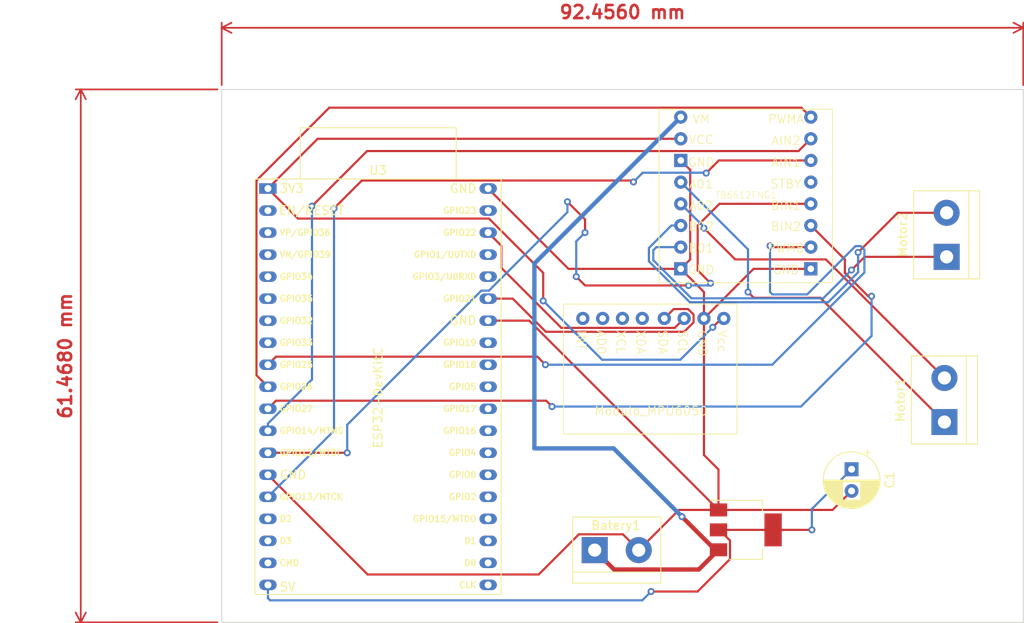
<source format=kicad_pcb>
(kicad_pcb (version 20221018) (generator pcbnew)
  (layers (0 "F.Cu" signal) (31 "B.Cu" signal) (34 "B.Paste" user) (35 "F.Paste" user) (36 "B.SilkS" user "B.Silkscreen") (37 "F.SilkS" user "F.Silkscreen") (38 "B.Mask" user) (39 "F.Mask" user) (44 "Edge.Cuts" user))
  (net 0 "")
  (net 1 "Net-(U2-VO)")
  (net 2 "GND")
  (net 3 "+6V")
  (net 4 "Net-(Modulo_MPU6050-VCC)")
  (net 5 "Net-(Modulo_MPU6050-SCL)")
  (net 6 "Net-(Modulo_MPU6050-SDA)")
  (net 11 "Net-(Motor1-Pin_1)")
  (net 12 "Net-(Motor1-Pin_2)")
  (net 13 "Net-(Motor2-Pin_1)")
  (net 14 "Net-(Motor2-Pin_2)")
  (net 15 "Net-(TB6612FNG1-PWMA)")
  (net 16 "Net-(TB6612FNG1-AIN2)")
  (net 17 "Net-(TB6612FNG1-AIN1)")
  (net 19 "Net-(TB6612FNG1-BIN1)")
  (net 20 "Net-(TB6612FNG1-BIN2)")
  (net 21 "Net-(TB6612FNG1-PWMB)")
  (footprint "PCM_Espressif:ESP32-DevKitC" (layer "F.Cu") (at 57.15 52.832)
    (fp_text reference "U3" (at 12.7 -2.1) (layer "F.SilkS"))
    (fp_text value "ESP32-DevKitC" (at 12.7 24.13 90) (layer "F.SilkS"))
    (fp_text user "CMD" (at 1.27 43.18 unlocked) (layer "F.SilkS") (effects (font (size 0.7 0.7)) (justify left)))
    (fp_text user "GPIO25" (at 1.27 20.32 unlocked) (layer "F.SilkS") (effects (font (size 0.7 0.7)) (justify left)))
    (fp_text user "GPIO2" (at 24.13 35.56 unlocked) (layer "F.SilkS") (effects (font (size 0.7 0.7)) (justify right)))
    (fp_text user "GPIO13/MTCK" (at 1.27 35.56 unlocked) (layer "F.SilkS") (effects (font (size 0.7 0.7)) (justify left)))
    (fp_text user "GPIO3/U0RXD" (at 24.13 10.16 unlocked) (layer "F.SilkS") (effects (font (size 0.7 0.7)) (justify right)))
    (fp_text user "GND" (at 24.13 0 unlocked) (layer "F.SilkS") (effects (justify right)))
    (fp_text user "GND" (at 1.27 33.02 unlocked) (layer "F.SilkS") (effects (justify left)))
    (fp_text user "VN/GPIO39" (at 1.27 7.62 unlocked) (layer "F.SilkS") (effects (font (size 0.7 0.7)) (justify left)))
    (fp_text user "GPIO21" (at 24.13 12.7 unlocked) (layer "F.SilkS") (effects (font (size 0.7 0.7)) (justify right)))
    (fp_text user "3V3" (at 1.27 0 unlocked) (layer "F.SilkS") (effects (justify left)))
    (fp_text user "VP/GPIO36" (at 1.27 5.08 unlocked) (layer "F.SilkS") (effects (font (size 0.7 0.7)) (justify left)))
    (fp_text user "GPIO22" (at 24.13 5.08 unlocked) (layer "F.SilkS") (effects (font (size 0.7 0.7)) (justify right)))
    (fp_text user "GPIO12/MTDI" (at 1.27 30.48 unlocked) (layer "F.SilkS") (effects (font (size 0.7 0.7)) (justify left)))
    (fp_text user "GPIO16" (at 24.13 27.94 unlocked) (layer "F.SilkS") (effects (font (size 0.7 0.7)) (justify right)))
    (fp_text user "GPIO23" (at 24.13 2.54 unlocked) (layer "F.SilkS") (effects (font (size 0.7 0.7)) (justify right)))
    (fp_text user "GPIO4" (at 24.13 30.48 unlocked) (layer "F.SilkS") (effects (font (size 0.7 0.7)) (justify right)))
    (fp_text user "GPIO19" (at 24.13 17.78 unlocked) (layer "F.SilkS") (effects (font (size 0.7 0.7)) (justify right)))
    (fp_text user "GPIO18" (at 24.13 20.32 unlocked) (layer "F.SilkS") (effects (font (size 0.7 0.7)) (justify right)))
    (fp_text user "D1" (at 24.13 40.64 unlocked) (layer "F.SilkS") (effects (font (size 0.7 0.7)) (justify right)))
    (fp_text user "D0" (at 24.13 43.18 unlocked) (layer "F.SilkS") (effects (font (size 0.7 0.7)) (justify right)))
    (fp_text user "GPIO15/MTDO" (at 24.13 38.1 unlocked) (layer "F.SilkS") (effects (font (size 0.7 0.7)) (justify right)))
    (fp_text user "GPIO35" (at 1.27 12.7 unlocked) (layer "F.SilkS") (effects (font (size 0.7 0.7)) (justify left)))
    (fp_text user "GPIO33" (at 1.27 17.78 unlocked) (layer "F.SilkS") (effects (font (size 0.7 0.7)) (justify left)))
    (fp_text user "GPIO5" (at 24.13 22.86 unlocked) (layer "F.SilkS") (effects (font (size 0.7 0.7)) (justify right)))
    (fp_text user "GPIO17" (at 24.13 25.4 unlocked) (layer "F.SilkS") (effects (font (size 0.7 0.7)) (justify right)))
    (fp_text user "EN/RESET" (at 8.88632 2.53728 unlocked) (layer "F.SilkS") (effects (justify right)))
    (fp_text user "GPIO32" (at 1.27 15.24 unlocked) (layer "F.SilkS") (effects (font (size 0.7 0.7)) (justify left)))
    (fp_text user "D3" (at 1.27 40.64 unlocked) (layer "F.SilkS") (effects (font (size 0.7 0.7)) (justify left)))
    (fp_text user "GPIO26" (at 1.27 22.86 unlocked) (layer "F.SilkS") (effects (font (size 0.7 0.7)) (justify left)))
    (fp_text user "GPIO27" (at 1.27 25.4 unlocked) (layer "F.SilkS") (effects (font (size 0.7 0.7)) (justify left)))
    (fp_text user "CLK" (at 24.13 45.72 unlocked) (layer "F.SilkS") (effects (font (size 0.7 0.7)) (justify right)))
    (fp_text user "GPIO0" (at 24.13 33.02 unlocked) (layer "F.SilkS") (effects (font (size 0.7 0.7)) (justify right)))
    (fp_text user "GPIO14/MTMS" (at 1.27 27.94 unlocked) (layer "F.SilkS") (effects (font (size 0.7 0.7)) (justify left)))
    (fp_text user "GPIO34" (at 1.27 10.16 unlocked) (layer "F.SilkS") (effects (font (size 0.7 0.7)) (justify left)))
    (fp_text user "GPIO1/U0TXD" (at 24.13 7.62 unlocked) (layer "F.SilkS") (effects (font (size 0.7 0.7)) (justify right)))
    (fp_text user "GND" (at 24.13 15.24 unlocked) (layer "F.SilkS") (effects (justify right)))
    (fp_text user "5V" (at 1.26632 45.97128 unlocked) (layer "F.SilkS") (effects (justify left)))
    (fp_text user "D2" (at 1.27 38.1 unlocked) (layer "F.SilkS") (effects (font (size 0.7 0.7)) (justify left)))
    (fp_line (start -1.5 46.82) (end 26.899999 46.82) (stroke (width 0.12)) (layer "F.SilkS"))
    (fp_line (start -1.499999 -1.1) (end -1.5 46.82) (stroke (width 0.12)) (layer "F.SilkS"))
    (fp_line (start 3.73012 -7.01312) (end 21.71332 -7.01312) (stroke (width 0.12)) (layer "F.SilkS"))
    (fp_line (start 3.73012 -1.12032) (end 3.73012 -7.01312) (stroke (width 0.12)) (layer "F.SilkS"))
    (fp_line (start 21.71332 -7.01312) (end 21.71332 -1.12032) (stroke (width 0.12)) (layer "F.SilkS"))
    (fp_line (start 26.899999 46.82) (end 26.9 -1.1) (stroke (width 0.12)) (layer "F.SilkS"))
    (fp_line (start 26.9 -1.1) (end -1.499999 -1.1) (stroke (width 0.12)) (layer "F.SilkS"))
    (pad "1" thru_hole rect (at 0 0 270) (size 1.2 2) (drill 0.8) (layers "*.Cu" "*.Mask") (net 4 "Net-(Modulo_MPU6050-VCC)"))
    (pad "2" thru_hole oval (at 0 2.54 270) (size 1.2 2) (drill 0.8) (layers "*.Cu" "*.Mask"))
    (pad "3" thru_hole oval (at 0 5.08 270) (size 1.2 2) (drill 0.8) (layers "*.Cu" "*.Mask"))
    (pad "4" thru_hole oval (at 0 7.62 270) (size 1.2 2) (drill 0.8) (layers "*.Cu" "*.Mask"))
    (pad "5" thru_hole oval (at 0 10.16 270) (size 1.2 2) (drill 0.8) (layers "*.Cu" "*.Mask"))
    (pad "6" thru_hole oval (at 0 12.7 270) (size 1.2 2) (drill 0.8) (layers "*.Cu" "*.Mask"))
    (pad "7" thru_hole oval (at 0 15.24 270) (size 1.2 2) (drill 0.8) (layers "*.Cu" "*.Mask"))
    (pad "8" thru_hole oval (at 0 17.78 270) (size 1.2 2) (drill 0.8) (layers "*.Cu" "*.Mask"))
    (pad "9" thru_hole oval (at 0 20.32 270) (size 1.2 2) (drill 0.8) (layers "*.Cu" "*.Mask") (net 21 "Net-(TB6612FNG1-PWMB)"))
    (pad "10" thru_hole oval (at 0 22.86 270) (size 1.2 2) (drill 0.8) (layers "*.Cu" "*.Mask") (net 15 "Net-(TB6612FNG1-PWMA)"))
    (pad "11" thru_hole oval (at 0 25.4 270) (size 1.2 2) (drill 0.8) (layers "*.Cu" "*.Mask") (net 20 "Net-(TB6612FNG1-BIN2)"))
    (pad "12" thru_hole oval (at 0 27.94 270) (size 1.2 2) (drill 0.8) (layers "*.Cu" "*.Mask") (net 16 "Net-(TB6612FNG1-AIN2)"))
    (pad "13" thru_hole oval (at 0 30.48 270) (size 1.2 2) (drill 0.8) (layers "*.Cu" "*.Mask") (net 19 "Net-(TB6612FNG1-BIN1)"))
    (pad "14" thru_hole oval (at 0 33.02 270) (size 1.2 2) (drill 0.8) (layers "*.Cu" "*.Mask") (net 2 "GND"))
    (pad "15" thru_hole oval (at 0 35.56 270) (size 1.2 2) (drill 0.8) (layers "*.Cu" "*.Mask") (net 17 "Net-(TB6612FNG1-AIN1)"))
    (pad "16" thru_hole oval (at 0 38.1 270) (size 1.2 2) (drill 0.8) (layers "*.Cu" "*.Mask"))
    (pad "17" thru_hole oval (at 0 40.64 270) (size 1.2 2) (drill 0.8) (layers "*.Cu" "*.Mask"))
    (pad "18" thru_hole oval (at 0 43.18 270) (size 1.2 2) (drill 0.8) (layers "*.Cu" "*.Mask"))
    (pad "19" thru_hole oval (at 0 45.72 270) (size 1.2 2) (drill 0.8) (layers "*.Cu" "*.Mask") (net 1 "Net-(U2-VO)"))
    (pad "20" thru_hole oval (at 25.39632 45.71728 270) (size 1.2 2) (drill 0.8) (layers "*.Cu" "*.Mask"))
    (pad "21" thru_hole oval (at 25.39632 43.17728 270) (size 1.2 2) (drill 0.8) (layers "*.Cu" "*.Mask"))
    (pad "22" thru_hole oval (at 25.4 40.64 270) (size 1.2 2) (drill 0.8) (layers "*.Cu" "*.Mask"))
    (pad "23" thru_hole oval (at 25.4 38.1 270) (size 1.2 2) (drill 0.8) (layers "*.Cu" "*.Mask"))
    (pad "24" thru_hole oval (at 25.4 35.56 270) (size 1.2 2) (drill 0.8) (layers "*.Cu" "*.Mask"))
    (pad "25" thru_hole oval (at 25.4 33.02 270) (size 1.2 2) (drill 0.8) (layers "*.Cu" "*.Mask"))
    (pad "26" thru_hole oval (at 25.4 30.48 270) (size 1.2 2) (drill 0.8) (layers "*.Cu" "*.Mask"))
    (pad "27" thru_hole oval (at 25.4 27.94 270) (size 1.2 2) (drill 0.8) (layers "*.Cu" "*.Mask"))
    (pad "28" thru_hole oval (at 25.4 25.4 270) (size 1.2 2) (drill 0.8) (layers "*.Cu" "*.Mask"))
    (pad "29" thru_hole oval (at 25.4 22.86 270) (size 1.2 2) (drill 0.8) (layers "*.Cu" "*.Mask"))
    (pad "30" thru_hole oval (at 25.4 20.32 270) (size 1.2 2) (drill 0.8) (layers "*.Cu" "*.Mask"))
    (pad "31" thru_hole oval (at 25.4 17.78 270) (size 1.2 2) (drill 0.8) (layers "*.Cu" "*.Mask"))
    (pad "32" thru_hole oval (at 25.4 15.24 270) (size 1.2 2) (drill 0.8) (layers "*.Cu" "*.Mask") (net 2 "GND"))
    (pad "33" thru_hole oval (at 25.4 12.7 270) (size 1.2 2) (drill 0.8) (layers "*.Cu" "*.Mask") (net 6 "Net-(Modulo_MPU6050-SDA)"))
    (pad "34" thru_hole oval (at 25.4 10.16 270) (size 1.2 2) (drill 0.8) (layers "*.Cu" "*.Mask"))
    (pad "35" thru_hole oval (at 25.4 7.62 270) (size 1.2 2) (drill 0.8) (layers "*.Cu" "*.Mask"))
    (pad "36" thru_hole oval (at 25.4 5.08 270) (size 1.2 2) (drill 0.8) (layers "*.Cu" "*.Mask") (net 5 "Net-(Modulo_MPU6050-SCL)"))
    (pad "37" thru_hole oval (at 25.4 2.54 270) (size 1.2 2) (drill 0.8) (layers "*.Cu" "*.Mask"))
    (pad "38" thru_hole oval (at 25.4 0 270) (size 1.2 2) (drill 0.8) (layers "*.Cu" "*.Mask") (net 2 "GND"))
  )
  (footprint "TerminalBlock:TerminalBlock_bornier-2_P5.08mm" (layer "F.Cu") (at 135.433 60.711 90)
    (fp_text reference "Motor2" (at 2.54 -5.08 90) (layer "F.SilkS"))
    (fp_text value "Screw_Terminal_01x02")
    (fp_line (start -2.54 -3.81) (end -2.54 3.81) (stroke (width 0.12)) (layer "F.SilkS"))
    (fp_line (start -2.54 3.81) (end 7.62 3.81) (stroke (width 0.12)) (layer "F.SilkS"))
    (fp_line (start 7.62 -3.81) (end -2.54 -3.81) (stroke (width 0.12)) (layer "F.SilkS"))
    (fp_line (start 7.62 2.54) (end -2.54 2.54) (stroke (width 0.12)) (layer "F.SilkS"))
    (fp_line (start 7.62 3.81) (end 7.62 -3.81) (stroke (width 0.12)) (layer "F.SilkS"))
    (pad "1" thru_hole rect (at 0 0 90) (size 3 3) (drill 1.52) (layers "*.Cu" "*.Mask") (net 13 "Net-(Motor2-Pin_1)"))
    (pad "2" thru_hole circle (at 5.08 0 90) (size 3 3) (drill 1.52) (layers "*.Cu" "*.Mask") (net 14 "Net-(Motor2-Pin_2)"))
  )
  (footprint "Package_TO_SOT_SMD:SOT-223-3_TabPin2" (layer "F.Cu") (at 112.268 92.202)
    (fp_text reference "U2" hide)
    (fp_text value "AMS1117-5.0")
    (fp_line (start -4.1 -3.41) (end 1.91 -3.41) (stroke (width 0.12)) (layer "F.SilkS"))
    (fp_line (start -1.85 3.41) (end 1.91 3.41) (stroke (width 0.12)) (layer "F.SilkS"))
    (fp_line (start 1.91 -3.41) (end 1.91 -2.15) (stroke (width 0.12)) (layer "F.SilkS"))
    (fp_line (start 1.91 3.41) (end 1.91 2.15) (stroke (width 0.12)) (layer "F.SilkS"))
    (pad "1" smd rect (at -3.15 -2.3) (size 2 1.5) (layers "F.Cu" "F.Paste" "F.Mask") (net 2 "GND"))
    (pad "2" smd rect (at -3.15 0) (size 2 1.5) (layers "F.Cu" "F.Paste" "F.Mask") (net 1 "Net-(U2-VO)"))
    (pad "2" smd rect (at 3.15 0) (size 2 3.8) (layers "F.Cu" "F.Paste" "F.Mask") (net 1 "Net-(U2-VO)"))
    (pad "3" smd rect (at -3.15 2.3) (size 2 1.5) (layers "F.Cu" "F.Paste" "F.Mask") (net 3 "+6V"))
  )
  (footprint "1_My_custom_library:Módulo TB6612FNG" (layer "F.Cu") (at 112.268 53.594)
    (fp_text reference "TB6612FNG1" (at 0 0 unlocked) (layer "F.SilkS") (effects (font (size 0.75 0.75) (thickness 0.0625))))
    (fp_text value "~" hide)
    (fp_text user "PWMB" (at 2.423809 6.7 unlocked) (layer "F.SilkS") (effects (font (thickness 0.1)) (justify left bottom)))
    (fp_text user "GND" (at -6.742857 9.2 unlocked) (layer "F.SilkS") (effects (font (thickness 0.1)) (justify left bottom)))
    (fp_text user "B01" (at -6.671429 6.7 unlocked) (layer "F.SilkS") (effects (font (thickness 0.1)) (justify left bottom)))
    (fp_text user "BIN2" (at 2.828571 4.2 unlocked) (layer "F.SilkS") (effects (font (thickness 0.1)) (justify left bottom)))
    (fp_text user "VM" (at -6.219048 -8.2 unlocked) (layer "F.SilkS") (effects (font (thickness 0.1)) (justify left bottom)))
    (fp_text user "GND" (at -6.742857 -3.2 unlocked) (layer "F.SilkS") (effects (font (thickness 0.1)) (justify left bottom)))
    (fp_text user "GND" (at 3.042857 9.2 unlocked) (layer "F.SilkS") (effects (font (thickness 0.1)) (justify left bottom)))
    (fp_text user "PWMA" (at 2.495238 -8.2 unlocked) (layer "F.SilkS") (effects (font (thickness 0.1)) (justify left bottom)))
    (fp_text user "A02" (at -6.6 1.8 unlocked) (layer "F.SilkS") (effects (font (thickness 0.1)) (justify left bottom)))
    (fp_text user "B02" (at -6.671429 4.2 unlocked) (layer "F.SilkS") (effects (font (thickness 0.1)) (justify left bottom)))
    (fp_text user "A01" (at -6.6 -0.7 unlocked) (layer "F.SilkS") (effects (font (thickness 0.1)) (justify left bottom)))
    (fp_text user "AIN2" (at 2.9 -5.7 unlocked) (layer "F.SilkS") (effects (font (thickness 0.1)) (justify left bottom)))
    (fp_text user "STBY" (at 2.780952 -0.7 unlocked) (layer "F.SilkS") (effects (font (thickness 0.1)) (justify left bottom)))
    (fp_text user "VCC" (at -6.647619 -5.8 unlocked) (layer "F.SilkS") (effects (font (thickness 0.1)) (justify left bottom)))
    (fp_text user "AIN1" (at 2.9 -3.2 unlocked) (layer "F.SilkS") (effects (font (thickness 0.1)) (justify left bottom)))
    (fp_text user "BIN1" (at 2.828571 1.8 unlocked) (layer "F.SilkS") (effects (font (thickness 0.1)) (justify left bottom)))
    (fp_line (start -10 -9.906) (end -8 -9.906) (stroke (width 0.1)) (layer "F.SilkS"))
    (fp_rect (start -10 -9.906) (end 10 10.094) (stroke (width 0.1)) (fill none) (layer "F.SilkS"))
    (pad "1" thru_hole circle (at -7.5 -9) (size 1.524 1.524) (drill 0.762) (layers "*.Cu" "*.Mask") (net 3 "+6V"))
    (pad "2" thru_hole circle (at -7.5 -6.5) (size 1.524 1.524) (drill 0.762) (layers "*.Cu" "*.Mask") (net 4 "Net-(Modulo_MPU6050-VCC)"))
    (pad "3" thru_hole rect (at -7.5 -4) (size 1.524 1.524) (drill 0.762) (layers "*.Cu" "*.Mask") (net 2 "GND"))
    (pad "4" thru_hole circle (at -7.5 -1.5) (size 1.524 1.524) (drill 0.762) (layers "*.Cu" "*.Mask") (net 11 "Net-(Motor1-Pin_1)"))
    (pad "5" thru_hole circle (at -7.5 1) (size 1.524 1.524) (drill 0.762) (layers "*.Cu" "*.Mask") (net 12 "Net-(Motor1-Pin_2)"))
    (pad "6" thru_hole circle (at -7.5 3.5) (size 1.524 1.524) (drill 0.762) (layers "*.Cu" "*.Mask") (net 14 "Net-(Motor2-Pin_2)"))
    (pad "7" thru_hole circle (at -7.5 6) (size 1.524 1.524) (drill 0.762) (layers "*.Cu" "*.Mask") (net 13 "Net-(Motor2-Pin_1)"))
    (pad "8" thru_hole rect (at -7.5 8.5) (size 1.524 1.524) (drill 0.762) (layers "*.Cu" "*.Mask") (net 2 "GND"))
    (pad "9" thru_hole circle (at 7.5 -9) (size 1.524 1.524) (drill 0.762) (layers "*.Cu" "*.Mask") (net 15 "Net-(TB6612FNG1-PWMA)"))
    (pad "10" thru_hole circle (at 7.5 -6.5) (size 1.524 1.524) (drill 0.762) (layers "*.Cu" "*.Mask") (net 16 "Net-(TB6612FNG1-AIN2)"))
    (pad "11" thru_hole circle (at 7.5 -4) (size 1.524 1.524) (drill 0.762) (layers "*.Cu" "*.Mask") (net 17 "Net-(TB6612FNG1-AIN1)"))
    (pad "12" thru_hole circle (at 7.5 -1.5) (size 1.524 1.524) (drill 0.762) (layers "*.Cu" "*.Mask"))
    (pad "13" thru_hole circle (at 7.5 1) (size 1.524 1.524) (drill 0.762) (layers "*.Cu" "*.Mask") (net 19 "Net-(TB6612FNG1-BIN1)"))
    (pad "14" thru_hole circle (at 7.5 3.5) (size 1.524 1.524) (drill 0.762) (layers "*.Cu" "*.Mask") (net 20 "Net-(TB6612FNG1-BIN2)"))
    (pad "15" thru_hole circle (at 7.5 6) (size 1.524 1.524) (drill 0.762) (layers "*.Cu" "*.Mask") (net 21 "Net-(TB6612FNG1-PWMB)"))
    (pad "16" thru_hole rect (at 7.5 8.5) (size 1.524 1.524) (drill 0.762) (layers "*.Cu" "*.Mask") (net 2 "GND"))
  )
  (footprint "TerminalBlock:TerminalBlock_bornier-2_P5.08mm" (layer "F.Cu") (at 94.839 94.539)
    (fp_text reference "Batery1" (at 2.443 -2.845) (layer "F.SilkS"))
    (fp_text value "Screw_Terminal_01x02" hide)
    (fp_line (start -2.54 -3.81) (end -2.54 3.81) (stroke (width 0.12)) (layer "F.SilkS"))
    (fp_line (start -2.54 3.81) (end 7.62 3.81) (stroke (width 0.12)) (layer "F.SilkS"))
    (fp_line (start 7.62 -3.81) (end -2.54 -3.81) (stroke (width 0.12)) (layer "F.SilkS"))
    (fp_line (start 7.62 2.54) (end -2.54 2.54) (stroke (width 0.12)) (layer "F.SilkS"))
    (fp_line (start 7.62 3.81) (end 7.62 -3.81) (stroke (width 0.12)) (layer "F.SilkS"))
    (pad "1" thru_hole rect (at 0 0) (size 3 3) (drill 1.52) (layers "*.Cu" "*.Mask") (net 3 "+6V"))
    (pad "2" thru_hole circle (at 5.08 0) (size 3 3) (drill 1.52) (layers "*.Cu" "*.Mask") (net 2 "GND"))
  )
  (footprint "1_My_custom_library:mpu6050 prueba" (layer "F.Cu") (at 101.346 73.406 -90)
    (fp_text reference "Modulo_MPU6050" (at 5.08 0 unlocked) (layer "F.SilkS") (effects (font (thickness 0.1))))
    (fp_text value "~" hide)
    (fp_text user "XDA" (at -4.318 1.778 -90 unlocked) (layer "F.SilkS") (effects (font (thickness 0.1)) (justify left bottom)))
    (fp_text user "SDA" (at -4.318 -0.762 -90 unlocked) (layer "F.SilkS") (effects (font (thickness 0.1)) (justify left bottom)))
    (fp_text user "Vcc" (at -4.318 -7.62 -90 unlocked) (layer "F.SilkS") (effects (font (thickness 0.1)) (justify left bottom)))
    (fp_text user "XCL" (at -4.318 4.064 -90 unlocked) (layer "F.SilkS") (effects (font (thickness 0.1)) (justify left bottom)))
    (fp_text user "SCL" (at -4.318 -3.048 -90 unlocked) (layer "F.SilkS") (effects (font (thickness 0.1)) (justify left bottom)))
    (fp_text user "AD0" (at -4.318 6.35 -90 unlocked) (layer "F.SilkS") (effects (font (thickness 0.1)) (justify left bottom)))
    (fp_text user "GND" (at -4.318 -5.334 -90 unlocked) (layer "F.SilkS") (effects (font (thickness 0.1)) (justify left bottom)))
    (fp_text user "INT" (at -4.318 8.636 -90 unlocked) (layer "F.SilkS") (effects (font (thickness 0.1)) (justify left bottom)))
    (fp_rect (start -7.246 -9.906) (end 7.754 10.094) (stroke (width 0.1)) (fill none) (layer "F.SilkS"))
    (pad "1" thru_hole circle (at -5.588 -8.382 270) (size 1.524 1.524) (drill 0.762) (layers "*.Cu" "*.Mask") (net 4 "Net-(Modulo_MPU6050-VCC)"))
    (pad "2" thru_hole circle (at -5.588 -6.096 270) (size 1.524 1.524) (drill 0.762) (layers "*.Cu" "*.Mask") (net 2 "GND"))
    (pad "3" thru_hole circle (at -5.588 -3.81 270) (size 1.524 1.524) (drill 0.762) (layers "*.Cu" "*.Mask") (net 5 "Net-(Modulo_MPU6050-SCL)"))
    (pad "4" thru_hole circle (at -5.588 -1.524 270) (size 1.524 1.524) (drill 0.762) (layers "*.Cu" "*.Mask") (net 6 "Net-(Modulo_MPU6050-SDA)"))
    (pad "5" thru_hole circle (at -5.588 1.016 270) (size 1.524 1.524) (drill 0.762) (layers "*.Cu" "*.Mask"))
    (pad "6" thru_hole circle (at -5.588 3.302 270) (size 1.524 1.524) (drill 0.762) (layers "*.Cu" "*.Mask"))
    (pad "7" thru_hole circle (at -5.588 5.588 270) (size 1.524 1.524) (drill 0.762) (layers "*.Cu" "*.Mask"))
    (pad "8" thru_hole circle (at -5.588 7.874 270) (size 1.524 1.524) (drill 0.762) (layers "*.Cu" "*.Mask"))
  )
  (footprint "TerminalBlock:TerminalBlock_bornier-2_P5.08mm" (layer "F.Cu") (at 135.179 79.761 90)
    (fp_text reference "Motor1" (at 2.54 -5.08 90) (layer "F.SilkS"))
    (fp_text value "Screw_Terminal_01x02")
    (fp_line (start -2.54 -3.81) (end -2.54 3.81) (stroke (width 0.12)) (layer "F.SilkS"))
    (fp_line (start -2.54 3.81) (end 7.62 3.81) (stroke (width 0.12)) (layer "F.SilkS"))
    (fp_line (start 7.62 -3.81) (end -2.54 -3.81) (stroke (width 0.12)) (layer "F.SilkS"))
    (fp_line (start 7.62 2.54) (end -2.54 2.54) (stroke (width 0.12)) (layer "F.SilkS"))
    (fp_line (start 7.62 3.81) (end 7.62 -3.81) (stroke (width 0.12)) (layer "F.SilkS"))
    (pad "1" thru_hole rect (at 0 0 90) (size 3 3) (drill 1.52) (layers "*.Cu" "*.Mask") (net 11 "Net-(Motor1-Pin_1)"))
    (pad "2" thru_hole circle (at 5.08 0 90) (size 3 3) (drill 1.52) (layers "*.Cu" "*.Mask") (net 12 "Net-(Motor1-Pin_2)"))
  )
  (footprint "Capacitor_THT:CP_Radial_D6.3mm_P2.50mm" (layer "F.Cu") (at 124.4715 85.21 -90)
    (fp_text reference "C1" (at 1.25 -4.4 90) (layer "F.SilkS"))
    (fp_text value "220 microF")
    (fp_line (start -2.250241 -1.839) (end -1.620241 -1.839) (stroke (width 0.12)) (layer "F.SilkS"))
    (fp_line (start -1.935241 -2.154) (end -1.935241 -1.524) (stroke (width 0.12)) (layer "F.SilkS"))
    (fp_line (start 1.25 -3.23) (end 1.25 3.23) (stroke (width 0.12)) (layer "F.SilkS"))
    (fp_line (start 1.29 -3.23) (end 1.29 3.23) (stroke (width 0.12)) (layer "F.SilkS"))
    (fp_line (start 1.33 -3.23) (end 1.33 3.23) (stroke (width 0.12)) (layer "F.SilkS"))
    (fp_line (start 1.37 -3.228) (end 1.37 3.228) (stroke (width 0.12)) (layer "F.SilkS"))
    (fp_line (start 1.41 -3.227) (end 1.41 3.227) (stroke (width 0.12)) (layer "F.SilkS"))
    (fp_line (start 1.45 -3.224) (end 1.45 3.224) (stroke (width 0.12)) (layer "F.SilkS"))
    (fp_line (start 1.49 -3.222) (end 1.49 -1.04) (stroke (width 0.12)) (layer "F.SilkS"))
    (fp_line (start 1.49 1.04) (end 1.49 3.222) (stroke (width 0.12)) (layer "F.SilkS"))
    (fp_line (start 1.53 -3.218) (end 1.53 -1.04) (stroke (width 0.12)) (layer "F.SilkS"))
    (fp_line (start 1.53 1.04) (end 1.53 3.218) (stroke (width 0.12)) (layer "F.SilkS"))
    (fp_line (start 1.57 -3.215) (end 1.57 -1.04) (stroke (width 0.12)) (layer "F.SilkS"))
    (fp_line (start 1.57 1.04) (end 1.57 3.215) (stroke (width 0.12)) (layer "F.SilkS"))
    (fp_line (start 1.61 -3.211) (end 1.61 -1.04) (stroke (width 0.12)) (layer "F.SilkS"))
    (fp_line (start 1.61 1.04) (end 1.61 3.211) (stroke (width 0.12)) (layer "F.SilkS"))
    (fp_line (start 1.65 -3.206) (end 1.65 -1.04) (stroke (width 0.12)) (layer "F.SilkS"))
    (fp_line (start 1.65 1.04) (end 1.65 3.206) (stroke (width 0.12)) (layer "F.SilkS"))
    (fp_line (start 1.69 -3.201) (end 1.69 -1.04) (stroke (width 0.12)) (layer "F.SilkS"))
    (fp_line (start 1.69 1.04) (end 1.69 3.201) (stroke (width 0.12)) (layer "F.SilkS"))
    (fp_line (start 1.73 -3.195) (end 1.73 -1.04) (stroke (width 0.12)) (layer "F.SilkS"))
    (fp_line (start 1.73 1.04) (end 1.73 3.195) (stroke (width 0.12)) (layer "F.SilkS"))
    (fp_line (start 1.77 -3.189) (end 1.77 -1.04) (stroke (width 0.12)) (layer "F.SilkS"))
    (fp_line (start 1.77 1.04) (end 1.77 3.189) (stroke (width 0.12)) (layer "F.SilkS"))
    (fp_line (start 1.81 -3.182) (end 1.81 -1.04) (stroke (width 0.12)) (layer "F.SilkS"))
    (fp_line (start 1.81 1.04) (end 1.81 3.182) (stroke (width 0.12)) (layer "F.SilkS"))
    (fp_line (start 1.85 -3.175) (end 1.85 -1.04) (stroke (width 0.12)) (layer "F.SilkS"))
    (fp_line (start 1.85 1.04) (end 1.85 3.175) (stroke (width 0.12)) (layer "F.SilkS"))
    (fp_line (start 1.89 -3.167) (end 1.89 -1.04) (stroke (width 0.12)) (layer "F.SilkS"))
    (fp_line (start 1.89 1.04) (end 1.89 3.167) (stroke (width 0.12)) (layer "F.SilkS"))
    (fp_line (start 1.93 -3.159) (end 1.93 -1.04) (stroke (width 0.12)) (layer "F.SilkS"))
    (fp_line (start 1.93 1.04) (end 1.93 3.159) (stroke (width 0.12)) (layer "F.SilkS"))
    (fp_line (start 1.971 -3.15) (end 1.971 -1.04) (stroke (width 0.12)) (layer "F.SilkS"))
    (fp_line (start 1.971 1.04) (end 1.971 3.15) (stroke (width 0.12)) (layer "F.SilkS"))
    (fp_line (start 2.011 -3.141) (end 2.011 -1.04) (stroke (width 0.12)) (layer "F.SilkS"))
    (fp_line (start 2.011 1.04) (end 2.011 3.141) (stroke (width 0.12)) (layer "F.SilkS"))
    (fp_line (start 2.051 -3.131) (end 2.051 -1.04) (stroke (width 0.12)) (layer "F.SilkS"))
    (fp_line (start 2.051 1.04) (end 2.051 3.131) (stroke (width 0.12)) (layer "F.SilkS"))
    (fp_line (start 2.091 -3.121) (end 2.091 -1.04) (stroke (width 0.12)) (layer "F.SilkS"))
    (fp_line (start 2.091 1.04) (end 2.091 3.121) (stroke (width 0.12)) (layer "F.SilkS"))
    (fp_line (start 2.131 -3.11) (end 2.131 -1.04) (stroke (width 0.12)) (layer "F.SilkS"))
    (fp_line (start 2.131 1.04) (end 2.131 3.11) (stroke (width 0.12)) (layer "F.SilkS"))
    (fp_line (start 2.171 -3.098) (end 2.171 -1.04) (stroke (width 0.12)) (layer "F.SilkS"))
    (fp_line (start 2.171 1.04) (end 2.171 3.098) (stroke (width 0.12)) (layer "F.SilkS"))
    (fp_line (start 2.211 -3.086) (end 2.211 -1.04) (stroke (width 0.12)) (layer "F.SilkS"))
    (fp_line (start 2.211 1.04) (end 2.211 3.086) (stroke (width 0.12)) (layer "F.SilkS"))
    (fp_line (start 2.251 -3.074) (end 2.251 -1.04) (stroke (width 0.12)) (layer "F.SilkS"))
    (fp_line (start 2.251 1.04) (end 2.251 3.074) (stroke (width 0.12)) (layer "F.SilkS"))
    (fp_line (start 2.291 -3.061) (end 2.291 -1.04) (stroke (width 0.12)) (layer "F.SilkS"))
    (fp_line (start 2.291 1.04) (end 2.291 3.061) (stroke (width 0.12)) (layer "F.SilkS"))
    (fp_line (start 2.331 -3.047) (end 2.331 -1.04) (stroke (width 0.12)) (layer "F.SilkS"))
    (fp_line (start 2.331 1.04) (end 2.331 3.047) (stroke (width 0.12)) (layer "F.SilkS"))
    (fp_line (start 2.371 -3.033) (end 2.371 -1.04) (stroke (width 0.12)) (layer "F.SilkS"))
    (fp_line (start 2.371 1.04) (end 2.371 3.033) (stroke (width 0.12)) (layer "F.SilkS"))
    (fp_line (start 2.411 -3.018) (end 2.411 -1.04) (stroke (width 0.12)) (layer "F.SilkS"))
    (fp_line (start 2.411 1.04) (end 2.411 3.018) (stroke (width 0.12)) (layer "F.SilkS"))
    (fp_line (start 2.451 -3.002) (end 2.451 -1.04) (stroke (width 0.12)) (layer "F.SilkS"))
    (fp_line (start 2.451 1.04) (end 2.451 3.002) (stroke (width 0.12)) (layer "F.SilkS"))
    (fp_line (start 2.491 -2.986) (end 2.491 -1.04) (stroke (width 0.12)) (layer "F.SilkS"))
    (fp_line (start 2.491 1.04) (end 2.491 2.986) (stroke (width 0.12)) (layer "F.SilkS"))
    (fp_line (start 2.531 -2.97) (end 2.531 -1.04) (stroke (width 0.12)) (layer "F.SilkS"))
    (fp_line (start 2.531 1.04) (end 2.531 2.97) (stroke (width 0.12)) (layer "F.SilkS"))
    (fp_line (start 2.571 -2.952) (end 2.571 -1.04) (stroke (width 0.12)) (layer "F.SilkS"))
    (fp_line (start 2.571 1.04) (end 2.571 2.952) (stroke (width 0.12)) (layer "F.SilkS"))
    (fp_line (start 2.611 -2.934) (end 2.611 -1.04) (stroke (width 0.12)) (layer "F.SilkS"))
    (fp_line (start 2.611 1.04) (end 2.611 2.934) (stroke (width 0.12)) (layer "F.SilkS"))
    (fp_line (start 2.651 -2.916) (end 2.651 -1.04) (stroke (width 0.12)) (layer "F.SilkS"))
    (fp_line (start 2.651 1.04) (end 2.651 2.916) (stroke (width 0.12)) (layer "F.SilkS"))
    (fp_line (start 2.691 -2.896) (end 2.691 -1.04) (stroke (width 0.12)) (layer "F.SilkS"))
    (fp_line (start 2.691 1.04) (end 2.691 2.896) (stroke (width 0.12)) (layer "F.SilkS"))
    (fp_line (start 2.731 -2.876) (end 2.731 -1.04) (stroke (width 0.12)) (layer "F.SilkS"))
    (fp_line (start 2.731 1.04) (end 2.731 2.876) (stroke (width 0.12)) (layer "F.SilkS"))
    (fp_line (start 2.771 -2.856) (end 2.771 -1.04) (stroke (width 0.12)) (layer "F.SilkS"))
    (fp_line (start 2.771 1.04) (end 2.771 2.856) (stroke (width 0.12)) (layer "F.SilkS"))
    (fp_line (start 2.811 -2.834) (end 2.811 -1.04) (stroke (width 0.12)) (layer "F.SilkS"))
    (fp_line (start 2.811 1.04) (end 2.811 2.834) (stroke (width 0.12)) (layer "F.SilkS"))
    (fp_line (start 2.851 -2.812) (end 2.851 -1.04) (stroke (width 0.12)) (layer "F.SilkS"))
    (fp_line (start 2.851 1.04) (end 2.851 2.812) (stroke (width 0.12)) (layer "F.SilkS"))
    (fp_line (start 2.891 -2.79) (end 2.891 -1.04) (stroke (width 0.12)) (layer "F.SilkS"))
    (fp_line (start 2.891 1.04) (end 2.891 2.79) (stroke (width 0.12)) (layer "F.SilkS"))
    (fp_line (start 2.931 -2.766) (end 2.931 -1.04) (stroke (width 0.12)) (layer "F.SilkS"))
    (fp_line (start 2.931 1.04) (end 2.931 2.766) (stroke (width 0.12)) (layer "F.SilkS"))
    (fp_line (start 2.971 -2.742) (end 2.971 -1.04) (stroke (width 0.12)) (layer "F.SilkS"))
    (fp_line (start 2.971 1.04) (end 2.971 2.742) (stroke (width 0.12)) (layer "F.SilkS"))
    (fp_line (start 3.011 -2.716) (end 3.011 -1.04) (stroke (width 0.12)) (layer "F.SilkS"))
    (fp_line (start 3.011 1.04) (end 3.011 2.716) (stroke (width 0.12)) (layer "F.SilkS"))
    (fp_line (start 3.051 -2.69) (end 3.051 -1.04) (stroke (width 0.12)) (layer "F.SilkS"))
    (fp_line (start 3.051 1.04) (end 3.051 2.69) (stroke (width 0.12)) (layer "F.SilkS"))
    (fp_line (start 3.091 -2.664) (end 3.091 -1.04) (stroke (width 0.12)) (layer "F.SilkS"))
    (fp_line (start 3.091 1.04) (end 3.091 2.664) (stroke (width 0.12)) (layer "F.SilkS"))
    (fp_line (start 3.131 -2.636) (end 3.131 -1.04) (stroke (width 0.12)) (layer "F.SilkS"))
    (fp_line (start 3.131 1.04) (end 3.131 2.636) (stroke (width 0.12)) (layer "F.SilkS"))
    (fp_line (start 3.171 -2.607) (end 3.171 -1.04) (stroke (width 0.12)) (layer "F.SilkS"))
    (fp_line (start 3.171 1.04) (end 3.171 2.607) (stroke (width 0.12)) (layer "F.SilkS"))
    (fp_line (start 3.211 -2.578) (end 3.211 -1.04) (stroke (width 0.12)) (layer "F.SilkS"))
    (fp_line (start 3.211 1.04) (end 3.211 2.578) (stroke (width 0.12)) (layer "F.SilkS"))
    (fp_line (start 3.251 -2.548) (end 3.251 -1.04) (stroke (width 0.12)) (layer "F.SilkS"))
    (fp_line (start 3.251 1.04) (end 3.251 2.548) (stroke (width 0.12)) (layer "F.SilkS"))
    (fp_line (start 3.291 -2.516) (end 3.291 -1.04) (stroke (width 0.12)) (layer "F.SilkS"))
    (fp_line (start 3.291 1.04) (end 3.291 2.516) (stroke (width 0.12)) (layer "F.SilkS"))
    (fp_line (start 3.331 -2.484) (end 3.331 -1.04) (stroke (width 0.12)) (layer "F.SilkS"))
    (fp_line (start 3.331 1.04) (end 3.331 2.484) (stroke (width 0.12)) (layer "F.SilkS"))
    (fp_line (start 3.371 -2.45) (end 3.371 -1.04) (stroke (width 0.12)) (layer "F.SilkS"))
    (fp_line (start 3.371 1.04) (end 3.371 2.45) (stroke (width 0.12)) (layer "F.SilkS"))
    (fp_line (start 3.411 -2.416) (end 3.411 -1.04) (stroke (width 0.12)) (layer "F.SilkS"))
    (fp_line (start 3.411 1.04) (end 3.411 2.416) (stroke (width 0.12)) (layer "F.SilkS"))
    (fp_line (start 3.451 -2.38) (end 3.451 -1.04) (stroke (width 0.12)) (layer "F.SilkS"))
    (fp_line (start 3.451 1.04) (end 3.451 2.38) (stroke (width 0.12)) (layer "F.SilkS"))
    (fp_line (start 3.491 -2.343) (end 3.491 -1.04) (stroke (width 0.12)) (layer "F.SilkS"))
    (fp_line (start 3.491 1.04) (end 3.491 2.343) (stroke (width 0.12)) (layer "F.SilkS"))
    (fp_line (start 3.531 -2.305) (end 3.531 -1.04) (stroke (width 0.12)) (layer "F.SilkS"))
    (fp_line (start 3.531 1.04) (end 3.531 2.305) (stroke (width 0.12)) (layer "F.SilkS"))
    (fp_line (start 3.571 -2.265) (end 3.571 2.265) (stroke (width 0.12)) (layer "F.SilkS"))
    (fp_line (start 3.611 -2.224) (end 3.611 2.224) (stroke (width 0.12)) (layer "F.SilkS"))
    (fp_line (start 3.651 -2.182) (end 3.651 2.182) (stroke (width 0.12)) (layer "F.SilkS"))
    (fp_line (start 3.691 -2.137) (end 3.691 2.137) (stroke (width 0.12)) (layer "F.SilkS"))
    (fp_line (start 3.731 -2.092) (end 3.731 2.092) (stroke (width 0.12)) (layer "F.SilkS"))
    (fp_line (start 3.771 -2.044) (end 3.771 2.044) (stroke (width 0.12)) (layer "F.SilkS"))
    (fp_line (start 3.811 -1.995) (end 3.811 1.995) (stroke (width 0.12)) (layer "F.SilkS"))
    (fp_line (start 3.851 -1.944) (end 3.851 1.944) (stroke (width 0.12)) (layer "F.SilkS"))
    (fp_line (start 3.891 -1.89) (end 3.891 1.89) (stroke (width 0.12)) (layer "F.SilkS"))
    (fp_line (start 3.931 -1.834) (end 3.931 1.834) (stroke (width 0.12)) (layer "F.SilkS"))
    (fp_line (start 3.971 -1.776) (end 3.971 1.776) (stroke (width 0.12)) (layer "F.SilkS"))
    (fp_line (start 4.011 -1.714) (end 4.011 1.714) (stroke (width 0.12)) (layer "F.SilkS"))
    (fp_line (start 4.051 -1.65) (end 4.051 1.65) (stroke (width 0.12)) (layer "F.SilkS"))
    (fp_line (start 4.091 -1.581) (end 4.091 1.581) (stroke (width 0.12)) (layer "F.SilkS"))
    (fp_line (start 4.131 -1.509) (end 4.131 1.509) (stroke (width 0.12)) (layer "F.SilkS"))
    (fp_line (start 4.171 -1.432) (end 4.171 1.432) (stroke (width 0.12)) (layer "F.SilkS"))
    (fp_line (start 4.211 -1.35) (end 4.211 1.35) (stroke (width 0.12)) (layer "F.SilkS"))
    (fp_line (start 4.251 -1.262) (end 4.251 1.262) (stroke (width 0.12)) (layer "F.SilkS"))
    (fp_line (start 4.291 -1.165) (end 4.291 1.165) (stroke (width 0.12)) (layer "F.SilkS"))
    (fp_line (start 4.331 -1.059) (end 4.331 1.059) (stroke (width 0.12)) (layer "F.SilkS"))
    (fp_line (start 4.371 -0.94) (end 4.371 0.94) (stroke (width 0.12)) (layer "F.SilkS"))
    (fp_line (start 4.411 -0.802) (end 4.411 0.802) (stroke (width 0.12)) (layer "F.SilkS"))
    (fp_line (start 4.451 -0.633) (end 4.451 0.633) (stroke (width 0.12)) (layer "F.SilkS"))
    (fp_line (start 4.491 -0.402) (end 4.491 0.402) (stroke (width 0.12)) (layer "F.SilkS"))
    (fp_circle (center 1.25 0) (end 4.52 0) (stroke (width 0.12)) (fill none) (layer "F.SilkS"))
    (pad "1" thru_hole rect (at 0 0 270) (size 1.6 1.6) (drill 0.8) (layers "*.Cu" "*.Mask") (net 1 "Net-(U2-VO)"))
    (pad "2" thru_hole circle (at 2.5 0 270) (size 1.6 1.6) (drill 0.8) (layers "*.Cu" "*.Mask") (net 2 "GND"))
  )
  (gr_rect (start 51.816 41.402) (end 144.272 102.87) (stroke (width 0.1)) (fill none) (layer "Edge.Cuts"))
  (dimension (type aligned) (layer "F.Cu") (pts (xy 51.816 41.402) (xy 144.272 41.402)) (height -7.112) (gr_text "92,4560 mm" (at 98.044 32.49) (layer "F.Cu") (effects (font (size 1.5 1.5) (thickness 0.3)))) (format (prefix "") (suffix "") (units 3) (units_format 1) (precision 4)) (style (thickness 0.2) (arrow_length 1.27) (text_position_mode 0) (extension_height 0.58642) (extension_offset 0.5) keep_text_aligned))
  (dimension (type aligned) (layer "F.Cu") (pts (xy 51.816 41.402) (xy 51.816 102.87)) (height 16.255999) (gr_text "61,4680 mm" (at 33.760001 72.136 90) (layer "F.Cu") (effects (font (size 1.5 1.5) (thickness 0.3)))) (format (prefix "") (suffix "") (units 3) (units_format 1) (precision 4)) (style (thickness 0.2) (arrow_length 1.27) (text_position_mode 0) (extension_height 0.58642) (extension_offset 0.5) keep_text_aligned))
  (segment (start 110.443 93.427) (end 110.443 95.577) (width 0.25) (layer "F.Cu") (net 1))
  (segment (start 109.118 92.202) (end 115.418 92.202) (width 0.25) (layer "F.Cu") (net 1))
  (segment (start 109.118 92.202) (end 109.218 92.202) (width 0.25) (layer "F.Cu") (net 1))
  (segment (start 109.218 92.202) (end 110.443 93.427) (width 0.25) (layer "F.Cu") (net 1))
  (segment (start 115.418 92.202) (end 119.888 92.202) (width 0.25) (layer "F.Cu") (net 1))
  (segment (start 110.443 95.577) (end 106.706 99.314) (width 0.25) (layer "F.Cu") (net 1))
  (segment (start 106.706 99.314) (end 101.346 99.314) (width 0.25) (layer "F.Cu") (net 1))
  (via (at 119.888 92.202) (size 0.8) (drill 0.4) (layers "F.Cu" "B.Cu") (net 1))
  (via (at 101.346 99.314) (size 0.8) (drill 0.4) (layers "F.Cu" "B.Cu") (net 1))
  (segment (start 101.346 99.314) (end 100.33 100.33) (width 0.25) (layer "B.Cu") (net 1))
  (segment (start 100.33 100.33) (end 57.404 100.33) (width 0.25) (layer "B.Cu") (net 1))
  (segment (start 57.404 100.33) (end 57.15 100.076) (width 0.25) (layer "B.Cu") (net 1))
  (segment (start 57.15 100.076) (end 57.15 98.552) (width 0.25) (layer "B.Cu") (net 1))
  (segment (start 119.888 89.7935) (end 124.4715 85.21) (width 0.25) (layer "B.Cu") (net 1))
  (segment (start 119.888 92.202) (end 119.888 89.7935) (width 0.25) (layer "B.Cu") (net 1))
  (segment (start 57.15 85.852) (end 68.647 97.349) (width 0.25) (layer "F.Cu") (net 2))
  (segment (start 87.288 68.072) (end 82.55 68.072) (width 0.25) (layer "F.Cu") (net 2))
  (segment (start 68.647 97.349) (end 88.379 97.349) (width 0.25) (layer "F.Cu") (net 2))
  (segment (start 107.442 83.566) (end 107.442 67.818) (width 0.25) (layer "F.Cu") (net 2))
  (segment (start 104.768 62.094) (end 91.812 62.094) (width 0.25) (layer "F.Cu") (net 2))
  (segment (start 109.118 85.242) (end 107.442 83.566) (width 0.25) (layer "F.Cu") (net 2))
  (segment (start 113.166 62.094) (end 119.768 62.094) (width 0.25) (layer "F.Cu") (net 2))
  (segment (start 109.118 89.902) (end 87.288 68.072) (width 0.25) (layer "F.Cu") (net 2))
  (segment (start 104.556 89.902) (end 109.118 89.902) (width 0.25) (layer "F.Cu") (net 2))
  (segment (start 98.094 92.714) (end 99.919 94.539) (width 0.25) (layer "F.Cu") (net 2))
  (segment (start 107.442 67.818) (end 107.442 64.768) (width 0.25) (layer "F.Cu") (net 2))
  (segment (start 105.855 61.007) (end 104.768 62.094) (width 0.25) (layer "F.Cu") (net 2))
  (segment (start 107.442 67.818) (end 113.166 62.094) (width 0.25) (layer "F.Cu") (net 2))
  (segment (start 107.442 64.768) (end 104.768 62.094) (width 0.25) (layer "F.Cu") (net 2))
  (segment (start 91.812 62.094) (end 82.55 52.832) (width 0.25) (layer "F.Cu") (net 2))
  (segment (start 93.014 92.714) (end 98.094 92.714) (width 0.25) (layer "F.Cu") (net 2))
  (segment (start 122.2795 89.902) (end 124.4715 87.71) (width 0.25) (layer "F.Cu") (net 2))
  (segment (start 109.118 89.902) (end 122.2795 89.902) (width 0.25) (layer "F.Cu") (net 2))
  (segment (start 88.379 97.349) (end 93.014 92.714) (width 0.25) (layer "F.Cu") (net 2))
  (segment (start 109.118 89.902) (end 109.118 85.242) (width 0.25) (layer "F.Cu") (net 2))
  (segment (start 99.919 94.539) (end 104.556 89.902) (width 0.25) (layer "F.Cu") (net 2))
  (segment (start 105.855 50.681) (end 105.855 61.007) (width 0.25) (layer "F.Cu") (net 2))
  (segment (start 104.768 49.594) (end 105.855 50.681) (width 0.25) (layer "F.Cu") (net 2))
  (segment (start 106.846 96.774) (end 109.118 94.502) (width 0.5) (layer "F.Cu") (net 3))
  (segment (start 94.839 94.539) (end 97.074 96.774) (width 0.5) (layer "F.Cu") (net 3))
  (segment (start 97.074 96.774) (end 106.846 96.774) (width 0.5) (layer "F.Cu") (net 3))
  (segment (start 109.118 94.502) (end 108.726 94.502) (width 0.5) (layer "F.Cu") (net 3))
  (segment (start 108.726 94.502) (end 104.902 90.678) (width 0.5) (layer "F.Cu") (net 3))
  (via (at 104.902 90.678) (size 0.8) (drill 0.4) (layers "F.Cu" "B.Cu") (net 3))
  (segment (start 87.884 61.478) (end 104.768 44.594) (width 0.5) (layer "B.Cu") (net 3))
  (segment (start 87.884 82.804) (end 87.884 61.478) (width 0.5) (layer "B.Cu") (net 3))
  (segment (start 104.902 90.678) (end 97.028 82.804) (width 0.5) (layer "B.Cu") (net 3))
  (segment (start 97.028 82.804) (end 87.884 82.804) (width 0.5) (layer "B.Cu") (net 3))
  (segment (start 109.474 67.818) (end 108.458 68.834) (width 0.25) (layer "F.Cu") (net 4))
  (segment (start 82.643148 56.297) (end 60.615 56.297) (width 0.25) (layer "F.Cu") (net 4))
  (segment (start 57.15 52.832) (end 62.888 47.094) (width 0.25) (layer "F.Cu") (net 4))
  (segment (start 62.888 47.094) (end 104.768 47.094) (width 0.25) (layer "F.Cu") (net 4))
  (segment (start 88.9 62.553852) (end 82.643148 56.297) (width 0.25) (layer "F.Cu") (net 4))
  (segment (start 88.9 65.786) (end 88.9 62.553852) (width 0.25) (layer "F.Cu") (net 4))
  (segment (start 60.615 56.297) (end 57.15 52.832) (width 0.25) (layer "F.Cu") (net 4))
  (segment (start 109.728 67.818) (end 109.474 67.818) (width 0.25) (layer "F.Cu") (net 4))
  (via (at 88.9 65.786) (size 0.8) (drill 0.4) (layers "F.Cu" "B.Cu") (net 4))
  (via (at 108.458 68.834) (size 0.8) (drill 0.4) (layers "F.Cu" "B.Cu") (net 4))
  (segment (start 108.458 68.834) (end 104.715 72.577) (width 0.25) (layer "B.Cu") (net 4))
  (segment (start 95.691 72.577) (end 88.9 65.786) (width 0.25) (layer "B.Cu") (net 4))
  (segment (start 104.715 72.577) (end 95.691 72.577) (width 0.25) (layer "B.Cu") (net 4))
  (segment (start 84.074 59.436) (end 82.55 57.912) (width 0.25) (layer "F.Cu") (net 5))
  (segment (start 84.074 61.985305) (end 84.074 59.436) (width 0.25) (layer "F.Cu") (net 5))
  (segment (start 104.069 68.905) (end 90.993695 68.905) (width 0.25) (layer "F.Cu") (net 5))
  (segment (start 90.993695 68.905) (end 84.074 61.985305) (width 0.25) (layer "F.Cu") (net 5))
  (segment (start 105.156 67.818) (end 104.069 68.905) (width 0.25) (layer "F.Cu") (net 5))
  (segment (start 85.384396 65.532) (end 82.55 65.532) (width 0.25) (layer "F.Cu") (net 6))
  (segment (start 102.87 67.818) (end 103.957 66.731) (width 0.25) (layer "F.Cu") (net 6))
  (segment (start 89.207396 69.355) (end 85.384396 65.532) (width 0.25) (layer "F.Cu") (net 6))
  (segment (start 105.156251 69.355) (end 89.207396 69.355) (width 0.25) (layer "F.Cu") (net 6))
  (segment (start 103.957 66.731) (end 105.606251 66.731) (width 0.25) (layer "F.Cu") (net 6))
  (segment (start 106.243 68.268251) (end 105.156251 69.355) (width 0.25) (layer "F.Cu") (net 6))
  (segment (start 106.243 67.367749) (end 106.243 68.268251) (width 0.25) (layer "F.Cu") (net 6))
  (segment (start 105.606251 66.731) (end 106.243 67.367749) (width 0.25) (layer "F.Cu") (net 6))
  (segment (start 113.189 65.437) (end 112.522 64.77) (width 0.25) (layer "F.Cu") (net 11))
  (segment (start 135.179 79.761) (end 120.855 65.437) (width 0.25) (layer "F.Cu") (net 11))
  (segment (start 120.855 65.437) (end 113.189 65.437) (width 0.25) (layer "F.Cu") (net 11))
  (via (at 112.522 64.77) (size 0.8) (drill 0.4) (layers "F.Cu" "B.Cu") (net 11))
  (segment (start 112.522 64.77) (end 112.522 59.848) (width 0.25) (layer "B.Cu") (net 11))
  (segment (start 112.522 59.848) (end 104.768 52.094) (width 0.25) (layer "B.Cu") (net 11))
  (segment (start 121.505 61.007) (end 111.045 61.007) (width 0.25) (layer "F.Cu") (net 12))
  (segment (start 135.179 74.681) (end 121.505 61.007) (width 0.25) (layer "F.Cu") (net 12))
  (segment (start 111.045 61.007) (end 107.442 57.404) (width 0.25) (layer "F.Cu") (net 12))
  (via (at 107.442 57.404) (size 0.8) (drill 0.4) (layers "F.Cu" "B.Cu") (net 12))
  (segment (start 107.442 57.404) (end 107.442 57.268) (width 0.25) (layer "B.Cu") (net 12))
  (segment (start 107.442 57.268) (end 104.768 54.594) (width 0.25) (layer "B.Cu") (net 12))
  (segment (start 135.433 60.711) (end 125.979 60.711) (width 0.25) (layer "F.Cu") (net 13))
  (segment (start 125.979 60.711) (end 124.46 62.23) (width 0.25) (layer "F.Cu") (net 13))
  (via (at 124.46 62.23) (size 0.8) (drill 0.4) (layers "F.Cu" "B.Cu") (net 13))
  (segment (start 105.995 65.495) (end 101.6 61.1) (width 0.25) (layer "B.Cu") (net 13))
  (segment (start 101.95 59.594) (end 104.768 59.594) (width 0.25) (layer "B.Cu") (net 13))
  (segment (start 101.6 61.1) (end 101.6 59.944) (width 0.25) (layer "B.Cu") (net 13))
  (segment (start 124.46 62.23) (end 121.195 65.495) (width 0.25) (layer "B.Cu") (net 13))
  (segment (start 101.6 59.944) (end 101.95 59.594) (width 0.25) (layer "B.Cu") (net 13))
  (segment (start 121.195 65.495) (end 105.995 65.495) (width 0.25) (layer "B.Cu") (net 13))
  (segment (start 135.433 55.631) (end 129.789 55.631) (width 0.25) (layer "F.Cu") (net 14))
  (segment (start 129.789 55.631) (end 125.222 60.198) (width 0.25) (layer "F.Cu") (net 14))
  (via (at 125.222 60.198) (size 0.8) (drill 0.4) (layers "F.Cu" "B.Cu") (net 14))
  (segment (start 125.222 62.493305) (end 121.770305 65.945) (width 0.25) (layer "B.Cu") (net 14))
  (segment (start 101.092 61.228396) (end 101.092 59.69237) (width 0.25) (layer "B.Cu") (net 14))
  (segment (start 101.092 59.69237) (end 103.69037 57.094) (width 0.25) (layer "B.Cu") (net 14))
  (segment (start 121.770305 65.945) (end 105.808604 65.945) (width 0.25) (layer "B.Cu") (net 14))
  (segment (start 103.69037 57.094) (end 104.768 57.094) (width 0.25) (layer "B.Cu") (net 14))
  (segment (start 125.222 60.198) (end 125.222 62.493305) (width 0.25) (layer "B.Cu") (net 14))
  (segment (start 105.808604 65.945) (end 101.092 61.228396) (width 0.25) (layer "B.Cu") (net 14))
  (segment (start 118.681 43.507) (end 64.225 43.507) (width 0.25) (layer "F.Cu") (net 15))
  (segment (start 119.768 44.594) (end 118.681 43.507) (width 0.25) (layer "F.Cu") (net 15))
  (segment (start 55.825 74.367) (end 57.15 75.692) (width 0.25) (layer "F.Cu") (net 15))
  (segment (start 55.825 51.907) (end 55.825 74.367) (width 0.25) (layer "F.Cu") (net 15))
  (segment (start 64.225 43.507) (end 55.825 51.907) (width 0.25) (layer "F.Cu") (net 15))
  (segment (start 68.587 48.507) (end 62.23 54.864) (width 0.25) (layer "F.Cu") (net 16))
  (segment (start 118.355 48.507) (end 68.587 48.507) (width 0.25) (layer "F.Cu") (net 16))
  (segment (start 119.768 47.094) (end 118.355 48.507) (width 0.25) (layer "F.Cu") (net 16))
  (via (at 62.23 54.864) (size 0.8) (drill 0.4) (layers "F.Cu" "B.Cu") (net 16))
  (segment (start 62.23 74.860148) (end 57.15 79.940148) (width 0.25) (layer "B.Cu") (net 16))
  (segment (start 62.23 54.864) (end 62.23 74.860148) (width 0.25) (layer "B.Cu") (net 16))
  (segment (start 57.15 79.940148) (end 57.15 80.772) (width 0.25) (layer "B.Cu") (net 16))
  (segment (start 99.151 51.907) (end 67.981 51.907) (width 0.25) (layer "F.Cu") (net 17))
  (segment (start 67.981 51.907) (end 64.77 55.118) (width 0.25) (layer "F.Cu") (net 17))
  (segment (start 99.314 52.07) (end 99.151 51.907) (width 0.25) (layer "F.Cu") (net 17))
  (segment (start 109.156 49.594) (end 107.696 51.054) (width 0.25) (layer "F.Cu") (net 17))
  (segment (start 119.768 49.594) (end 109.156 49.594) (width 0.25) (layer "F.Cu") (net 17))
  (via (at 107.696 51.054) (size 0.8) (drill 0.4) (layers "F.Cu" "B.Cu") (net 17))
  (via (at 64.77 55.118) (size 0.8) (drill 0.4) (layers "F.Cu" "B.Cu") (net 17))
  (via (at 99.314 52.07) (size 0.8) (drill 0.4) (layers "F.Cu" "B.Cu") (net 17))
  (segment (start 107.696 51.054) (end 107.649 51.007) (width 0.25) (layer "B.Cu") (net 17))
  (segment (start 64.77 55.118) (end 64.77 80.772) (width 0.25) (layer "B.Cu") (net 17))
  (segment (start 107.649 51.007) (end 100.377 51.007) (width 0.25) (layer "B.Cu") (net 17))
  (segment (start 100.377 51.007) (end 99.314 52.07) (width 0.25) (layer "B.Cu") (net 17))
  (segment (start 64.77 80.772) (end 57.15 88.392) (width 0.25) (layer "B.Cu") (net 17))
  (segment (start 93.726 56.388) (end 91.694 54.356) (width 0.25) (layer "F.Cu") (net 19))
  (segment (start 93.729653 64.011653) (end 92.71 62.992) (width 0.25) (layer "F.Cu") (net 19))
  (segment (start 106.717 62.267) (end 108.204 63.754) (width 0.25) (layer "F.Cu") (net 19))
  (segment (start 119.768 54.594) (end 109.226695 54.594) (width 0.25) (layer "F.Cu") (net 19))
  (segment (start 105.660347 64.011653) (end 93.729653 64.011653) (width 0.25) (layer "F.Cu") (net 19))
  (segment (start 66.294 83.312) (end 57.15 83.312) (width 0.25) (layer "F.Cu") (net 19))
  (segment (start 109.226695 54.594) (end 106.717 57.103695) (width 0.25) (layer "F.Cu") (net 19))
  (segment (start 106.717 57.103695) (end 106.717 62.267) (width 0.25) (layer "F.Cu") (net 19))
  (segment (start 93.726 57.912) (end 93.726 56.388) (width 0.25) (layer "F.Cu") (net 19))
  (via (at 66.294 83.312) (size 0.8) (drill 0.4) (layers "F.Cu" "B.Cu") (net 19))
  (via (at 91.694 54.356) (size 0.8) (drill 0.4) (layers "F.Cu" "B.Cu") (net 19))
  (via (at 108.204 63.754) (size 0.8) (drill 0.4) (layers "F.Cu" "B.Cu") (net 19))
  (via (at 92.71 62.992) (size 0.8) (drill 0.4) (layers "F.Cu" "B.Cu") (net 19))
  (via (at 105.660347 64.011653) (size 0.8) (drill 0.4) (layers "F.Cu" "B.Cu") (net 19))
  (via (at 93.726 57.912) (size 0.8) (drill 0.4) (layers "F.Cu" "B.Cu") (net 19))
  (segment (start 108.204 63.754) (end 107.946347 64.011653) (width 0.25) (layer "B.Cu") (net 19))
  (segment (start 91.694 54.356) (end 91.694 55.556148) (width 0.25) (layer "B.Cu") (net 19))
  (segment (start 81.766852 64.607) (end 66.294 80.079852) (width 0.25) (layer "B.Cu") (net 19))
  (segment (start 92.71 62.992) (end 92.71 58.928) (width 0.25) (layer "B.Cu") (net 19))
  (segment (start 92.71 58.928) (end 93.726 57.912) (width 0.25) (layer "B.Cu") (net 19))
  (segment (start 91.694 55.556148) (end 82.643148 64.607) (width 0.25) (layer "B.Cu") (net 19))
  (segment (start 82.643148 64.607) (end 81.766852 64.607) (width 0.25) (layer "B.Cu") (net 19))
  (segment (start 107.946347 64.011653) (end 105.660347 64.011653) (width 0.25) (layer "B.Cu") (net 19))
  (segment (start 66.294 80.079852) (end 66.294 83.312) (width 0.25) (layer "B.Cu") (net 19))
  (segment (start 126.384743 65.250347) (end 126.773653 65.250347) (width 0.25) (layer "F.Cu") (net 20))
  (segment (start 58.075 77.307) (end 57.15 78.232) (width 0.25) (layer "F.Cu") (net 20))
  (segment (start 119.768 57.094) (end 123.698 61.024) (width 0.25) (layer "F.Cu") (net 20))
  (segment (start 89.916 77.978) (end 89.245 77.307) (width 0.25) (layer "F.Cu") (net 20))
  (segment (start 89.245 77.307) (end 58.075 77.307) (width 0.25) (layer "F.Cu") (net 20))
  (segment (start 123.698 61.024) (end 123.698 62.563604) (width 0.25) (layer "F.Cu") (net 20))
  (segment (start 123.698 62.563604) (end 126.384743 65.250347) (width 0.25) (layer "F.Cu") (net 20))
  (via (at 89.916 77.978) (size 0.8) (drill 0.4) (layers "F.Cu" "B.Cu") (net 20))
  (via (at 126.773653 65.250347) (size 0.8) (drill 0.4) (layers "F.Cu" "B.Cu") (net 20))
  (segment (start 118.627305 77.978) (end 89.916 77.978) (width 0.25) (layer "B.Cu") (net 20))
  (segment (start 126.773653 69.831652) (end 118.627305 77.978) (width 0.25) (layer "B.Cu") (net 20))
  (segment (start 126.773653 65.250347) (end 126.773653 69.831652) (width 0.25) (layer "B.Cu") (net 20))
  (segment (start 88.229 72.227) (end 58.075 72.227) (width 0.25) (layer "F.Cu") (net 21))
  (segment (start 89.154 73.152) (end 88.229 72.227) (width 0.25) (layer "F.Cu") (net 21))
  (segment (start 115.22 59.594) (end 115.062 59.436) (width 0.25) (layer "F.Cu") (net 21))
  (segment (start 58.075 72.227) (end 57.15 73.152) (width 0.25) (layer "F.Cu") (net 21))
  (segment (start 119.768 59.594) (end 115.22 59.594) (width 0.25) (layer "F.Cu") (net 21))
  (via (at 89.154 73.152) (size 0.8) (drill 0.4) (layers "F.Cu" "B.Cu") (net 21))
  (via (at 115.062 59.436) (size 0.8) (drill 0.4) (layers "F.Cu" "B.Cu") (net 21))
  (segment (start 115.062 64.77) (end 115.337 65.045) (width 0.25) (layer "B.Cu") (net 21))
  (segment (start 124.921695 59.473) (end 125.522305 59.473) (width 0.25) (layer "B.Cu") (net 21))
  (segment (start 115.337 65.045) (end 119.349695 65.045) (width 0.25) (layer "B.Cu") (net 21))
  (segment (start 125.947 62.521) (end 115.316 73.152) (width 0.25) (layer "B.Cu") (net 21))
  (segment (start 115.316 73.152) (end 113.538 73.152) (width 0.25) (layer "B.Cu") (net 21))
  (segment (start 125.947 59.897695) (end 125.947 62.521) (width 0.25) (layer "B.Cu") (net 21))
  (segment (start 115.062 59.436) (end 115.062 64.77) (width 0.25) (layer "B.Cu") (net 21))
  (segment (start 125.522305 59.473) (end 125.947 59.897695) (width 0.25) (layer "B.Cu") (net 21))
  (segment (start 119.349695 65.045) (end 124.921695 59.473) (width 0.25) (layer "B.Cu") (net 21))
  (segment (start 113.538 73.152) (end 89.154 73.152) (width 0.25) (layer "B.Cu") (net 21))
)
</source>
